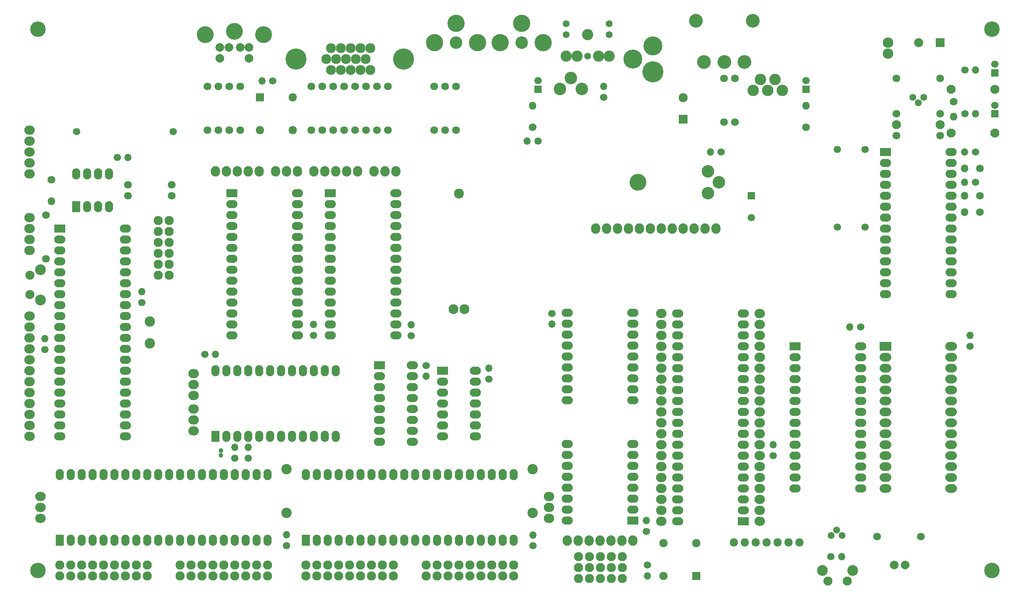
<source format=gbs>
G04 #@! TF.FileFunction,Soldermask,Bot*
%FSLAX46Y46*%
G04 Gerber Fmt 4.6, Leading zero omitted, Abs format (unit mm)*
G04 Created by KiCad (PCBNEW 4.0.2-stable) date 5/26/2016 8:00:27 AM*
%MOMM*%
G01*
G04 APERTURE LIST*
%ADD10C,0.100000*%
%ADD11C,2.398980*%
%ADD12R,2.599640X1.901140*%
%ADD13O,2.599640X1.901140*%
%ADD14C,1.600760*%
%ADD15C,1.100000*%
%ADD16C,2.100000*%
%ADD17R,2.100000X2.100000*%
%ADD18R,1.924000X1.924000*%
%ADD19C,1.924000*%
%ADD20C,3.600000*%
%ADD21C,4.900000*%
%ADD22C,4.400000*%
%ADD23R,1.700000X1.700000*%
%ADD24C,1.700000*%
%ADD25O,1.700000X1.700000*%
%ADD26O,1.800000X1.800000*%
%ADD27C,1.800000*%
%ADD28C,1.600000*%
%ADD29C,2.600000*%
%ADD30C,4.000000*%
%ADD31C,2.900000*%
%ADD32O,2.127200X2.127200*%
%ADD33C,2.127200*%
%ADD34O,2.127200X2.432000*%
%ADD35O,2.432000X2.127200*%
%ADD36C,2.000000*%
%ADD37C,3.900000*%
%ADD38O,2.432000X2.432000*%
%ADD39C,2.899360*%
%ADD40C,3.897580*%
%ADD41C,2.650440*%
%ADD42R,1.901140X2.599640*%
%ADD43O,1.901140X2.599640*%
%ADD44R,2.700000X2.000000*%
%ADD45O,2.700000X2.000000*%
%ADD46C,2.500000*%
%ADD47C,3.200000*%
%ADD48C,2.300000*%
G04 APERTURE END LIST*
D10*
D11*
X80010000Y-132080000D03*
X80010000Y-121920000D03*
X137160000Y-132080000D03*
X137160000Y-121920000D03*
X48260000Y-92710000D03*
X48260000Y-87630000D03*
D12*
X186055000Y-133985000D03*
D13*
X186055000Y-131445000D03*
X186055000Y-128905000D03*
X186055000Y-126365000D03*
X186055000Y-123825000D03*
X186055000Y-121285000D03*
X186055000Y-118745000D03*
X186055000Y-116205000D03*
X186055000Y-113665000D03*
X186055000Y-111125000D03*
X186055000Y-108585000D03*
X186055000Y-106045000D03*
X186055000Y-103505000D03*
X186055000Y-100965000D03*
X186055000Y-98425000D03*
X186055000Y-95885000D03*
X186055000Y-93345000D03*
X186055000Y-90805000D03*
X186055000Y-88265000D03*
X186055000Y-85725000D03*
X170815000Y-85725000D03*
X170815000Y-88265000D03*
X170815000Y-90805000D03*
X170815000Y-93345000D03*
X170815000Y-95885000D03*
X170815000Y-98425000D03*
X170815000Y-100965000D03*
X170815000Y-103505000D03*
X170815000Y-106045000D03*
X170815000Y-108585000D03*
X170815000Y-111125000D03*
X170815000Y-113665000D03*
X170815000Y-116205000D03*
X170815000Y-118745000D03*
X170815000Y-121285000D03*
X170815000Y-123825000D03*
X170815000Y-126365000D03*
X170815000Y-128905000D03*
X170815000Y-131445000D03*
X170815000Y-133985000D03*
D14*
X226695000Y-36830000D03*
X225425000Y-35560000D03*
X227965000Y-35560000D03*
X207772000Y-136017000D03*
X209042000Y-137287000D03*
X206502000Y-137287000D03*
D15*
X64725000Y-117560000D03*
X64725000Y-118660000D03*
D16*
X226775000Y-22860000D03*
D17*
X231775000Y-22860000D03*
D18*
X175175400Y-146675000D03*
D19*
X175175400Y-139055000D03*
X167555400Y-146675000D03*
X167555400Y-139055000D03*
D12*
X67310000Y-57785000D03*
D13*
X67310000Y-60325000D03*
X67310000Y-62865000D03*
X67310000Y-65405000D03*
X67310000Y-67945000D03*
X67310000Y-70485000D03*
X67310000Y-73025000D03*
X67310000Y-75565000D03*
X67310000Y-78105000D03*
X67310000Y-80645000D03*
X67310000Y-83185000D03*
X67310000Y-85725000D03*
X67310000Y-88265000D03*
X67310000Y-90805000D03*
X82550000Y-90805000D03*
X82550000Y-88265000D03*
X82550000Y-85725000D03*
X82550000Y-83185000D03*
X82550000Y-80645000D03*
X82550000Y-78105000D03*
X82550000Y-75565000D03*
X82550000Y-73025000D03*
X82550000Y-70485000D03*
X82550000Y-67945000D03*
X82550000Y-65405000D03*
X82550000Y-62865000D03*
X82550000Y-60325000D03*
X82550000Y-57785000D03*
D12*
X90170000Y-57785000D03*
D13*
X90170000Y-60325000D03*
X90170000Y-62865000D03*
X90170000Y-65405000D03*
X90170000Y-67945000D03*
X90170000Y-70485000D03*
X90170000Y-73025000D03*
X90170000Y-75565000D03*
X90170000Y-78105000D03*
X90170000Y-80645000D03*
X90170000Y-83185000D03*
X90170000Y-85725000D03*
X90170000Y-88265000D03*
X90170000Y-90805000D03*
X105410000Y-90805000D03*
X105410000Y-88265000D03*
X105410000Y-85725000D03*
X105410000Y-83185000D03*
X105410000Y-80645000D03*
X105410000Y-78105000D03*
X105410000Y-75565000D03*
X105410000Y-73025000D03*
X105410000Y-70485000D03*
X105410000Y-67945000D03*
X105410000Y-65405000D03*
X105410000Y-62865000D03*
X105410000Y-60325000D03*
X105410000Y-57785000D03*
D20*
X243840000Y-145415000D03*
D21*
X165100000Y-29591000D03*
D22*
X165100000Y-23591000D03*
X160400000Y-26591000D03*
D20*
X22225000Y-145415000D03*
X22225000Y-19685000D03*
D23*
X187960000Y-58420000D03*
D24*
X187960000Y-63420000D03*
D25*
X153670000Y-33020000D03*
D24*
X153670000Y-35520000D03*
D26*
X200660000Y-37465000D03*
D27*
X200660000Y-42465000D03*
D23*
X200660000Y-33655000D03*
D24*
X200660000Y-31655000D03*
D16*
X172085000Y-35640000D03*
D17*
X172085000Y-40640000D03*
D25*
X178435000Y-48260000D03*
D24*
X180935000Y-48260000D03*
D23*
X138430000Y-33655000D03*
D24*
X138430000Y-31655000D03*
D25*
X135890000Y-45720000D03*
D24*
X138390000Y-45720000D03*
D26*
X137160000Y-37465000D03*
D27*
X137160000Y-42465000D03*
D25*
X141630400Y-88214200D03*
D24*
X141630400Y-85714200D03*
D25*
X163576000Y-133858000D03*
D24*
X163576000Y-136358000D03*
D25*
X193040000Y-116205000D03*
D24*
X193040000Y-118705000D03*
D25*
X208915000Y-142240000D03*
D24*
X206415000Y-142240000D03*
D25*
X163830000Y-146685000D03*
D24*
X163830000Y-144185000D03*
D25*
X210820000Y-88900000D03*
D24*
X213320000Y-88900000D03*
D25*
X238760000Y-90805000D03*
D24*
X238760000Y-93305000D03*
D25*
X137185400Y-137185400D03*
D24*
X137185400Y-139685400D03*
D25*
X86233000Y-88265000D03*
D24*
X86233000Y-90765000D03*
D25*
X80010000Y-137160000D03*
D24*
X80010000Y-139660000D03*
D25*
X74295000Y-31750000D03*
D24*
X76795000Y-31750000D03*
D25*
X108966000Y-88392000D03*
D24*
X108966000Y-90892000D03*
D25*
X112395000Y-100330000D03*
D24*
X112395000Y-97830000D03*
X207899000Y-47625000D03*
X207899000Y-65625000D03*
X214376000Y-47625000D03*
X214376000Y-65625000D03*
D25*
X237490000Y-55245000D03*
D24*
X239990000Y-55245000D03*
D25*
X237490000Y-48260000D03*
D24*
X239990000Y-48260000D03*
D25*
X240030000Y-39370000D03*
D24*
X237530000Y-39370000D03*
D25*
X240030000Y-29210000D03*
D24*
X237530000Y-29210000D03*
D23*
X244475000Y-39370000D03*
D24*
X244475000Y-37370000D03*
D23*
X244475000Y-29845000D03*
D24*
X244475000Y-27845000D03*
D25*
X63500000Y-95250000D03*
D24*
X61000000Y-95250000D03*
D25*
X127000000Y-98425000D03*
D24*
X127000000Y-100925000D03*
D25*
X43180000Y-49530000D03*
D24*
X40680000Y-49530000D03*
D25*
X23876000Y-91567000D03*
D24*
X23876000Y-94067000D03*
D25*
X46355000Y-80645000D03*
D24*
X46355000Y-83145000D03*
D26*
X25400000Y-59690000D03*
D27*
X25400000Y-54690000D03*
D24*
X53655000Y-43520000D03*
X31255000Y-43520000D03*
D16*
X221615000Y-41910000D03*
X231775000Y-41910000D03*
X244475000Y-43815000D03*
X234315000Y-43815000D03*
X244475000Y-33655000D03*
X234315000Y-33655000D03*
D28*
X154960000Y-18435000D03*
X144960000Y-18435000D03*
X144960000Y-20935000D03*
X154960000Y-20935000D03*
D29*
X149960000Y-20935000D03*
X144960000Y-25935000D03*
X154960000Y-25935000D03*
X147460000Y-25935000D03*
X152460000Y-25935000D03*
D28*
X149960000Y-25935000D03*
D30*
X134620000Y-18360000D03*
D31*
X134620000Y-22860000D03*
D30*
X129620000Y-22860000D03*
X139620000Y-22860000D03*
X119380000Y-18360000D03*
D31*
X119380000Y-22860000D03*
D30*
X114380000Y-22860000D03*
X124380000Y-22860000D03*
D32*
X157962600Y-142189200D03*
X155422600Y-142189200D03*
X152882600Y-142189200D03*
X150342600Y-142189200D03*
X147802600Y-142189200D03*
D33*
X147802600Y-147269200D03*
D32*
X147802600Y-144729200D03*
X150342600Y-147269200D03*
X150342600Y-144729200D03*
X152882600Y-147269200D03*
X152882600Y-144729200D03*
X155422600Y-147269200D03*
X155422600Y-144729200D03*
X157962600Y-147269200D03*
X157962600Y-144729200D03*
D34*
X82550000Y-52705000D03*
X80010000Y-52705000D03*
X77470000Y-52705000D03*
D35*
X140970000Y-133350000D03*
X140970000Y-130810000D03*
X140970000Y-128270000D03*
D34*
X105410000Y-52705000D03*
X102870000Y-52705000D03*
X100330000Y-52705000D03*
D35*
X22860000Y-133350000D03*
X22860000Y-130810000D03*
X22860000Y-128270000D03*
X58420000Y-113030000D03*
X58420000Y-110490000D03*
X58420000Y-107950000D03*
D36*
X71295000Y-26455000D03*
X64495000Y-26455000D03*
X71295000Y-23955000D03*
X64495000Y-23955000D03*
X66595000Y-23955000D03*
X69195000Y-23955000D03*
D37*
X67895000Y-20155000D03*
X61145000Y-20955000D03*
X74645000Y-20955000D03*
D35*
X189865000Y-85725000D03*
X189865000Y-88265000D03*
X189865000Y-90805000D03*
X189865000Y-93345000D03*
X189865000Y-95885000D03*
X189865000Y-98425000D03*
X189865000Y-100965000D03*
X189865000Y-103505000D03*
X189865000Y-106045000D03*
X189865000Y-108585000D03*
X189865000Y-111125000D03*
X189865000Y-113665000D03*
X189865000Y-116205000D03*
X189865000Y-118745000D03*
X189865000Y-121285000D03*
X189865000Y-123825000D03*
X189865000Y-126365000D03*
X189865000Y-128905000D03*
X189865000Y-131445000D03*
X189865000Y-133985000D03*
X167005000Y-133985000D03*
X167005000Y-131445000D03*
X167005000Y-128905000D03*
X167005000Y-126365000D03*
X167005000Y-123825000D03*
X167005000Y-121285000D03*
X167005000Y-118745000D03*
X167005000Y-116205000D03*
X167005000Y-113665000D03*
X167005000Y-111125000D03*
X167005000Y-108585000D03*
X167005000Y-106045000D03*
X167005000Y-103505000D03*
X167005000Y-100965000D03*
X167005000Y-98425000D03*
X167005000Y-95885000D03*
X167005000Y-93345000D03*
X167005000Y-90805000D03*
X167005000Y-88265000D03*
X167005000Y-85725000D03*
D34*
X73660000Y-52705000D03*
X71120000Y-52705000D03*
X68580000Y-52705000D03*
X66040000Y-52705000D03*
X63500000Y-52705000D03*
D33*
X84455000Y-144145000D03*
D32*
X84455000Y-146685000D03*
X86995000Y-144145000D03*
X86995000Y-146685000D03*
X89535000Y-144145000D03*
X89535000Y-146685000D03*
X92075000Y-144145000D03*
X92075000Y-146685000D03*
X94615000Y-144145000D03*
X94615000Y-146685000D03*
X97155000Y-144145000D03*
X97155000Y-146685000D03*
X99695000Y-144145000D03*
X99695000Y-146685000D03*
X102235000Y-144145000D03*
X102235000Y-146685000D03*
X104775000Y-144145000D03*
X104775000Y-146685000D03*
D34*
X96520000Y-52705000D03*
X93980000Y-52705000D03*
X91440000Y-52705000D03*
X88900000Y-52705000D03*
X86360000Y-52705000D03*
D33*
X112395000Y-144145000D03*
D32*
X112395000Y-146685000D03*
X114935000Y-144145000D03*
X114935000Y-146685000D03*
X117475000Y-144145000D03*
X117475000Y-146685000D03*
X120015000Y-144145000D03*
X120015000Y-146685000D03*
X122555000Y-144145000D03*
X122555000Y-146685000D03*
X125095000Y-144145000D03*
X125095000Y-146685000D03*
X127635000Y-144145000D03*
X127635000Y-146685000D03*
X130175000Y-144145000D03*
X130175000Y-146685000D03*
X132715000Y-144145000D03*
X132715000Y-146685000D03*
D33*
X55245000Y-144145000D03*
D32*
X55245000Y-146685000D03*
X57785000Y-144145000D03*
X57785000Y-146685000D03*
X60325000Y-144145000D03*
X60325000Y-146685000D03*
X62865000Y-144145000D03*
X62865000Y-146685000D03*
X65405000Y-144145000D03*
X65405000Y-146685000D03*
X67945000Y-144145000D03*
X67945000Y-146685000D03*
X70485000Y-144145000D03*
X70485000Y-146685000D03*
X73025000Y-144145000D03*
X73025000Y-146685000D03*
X75565000Y-144145000D03*
X75565000Y-146685000D03*
D33*
X27305000Y-144145000D03*
D32*
X27305000Y-146685000D03*
X29845000Y-144145000D03*
X29845000Y-146685000D03*
X32385000Y-144145000D03*
X32385000Y-146685000D03*
X34925000Y-144145000D03*
X34925000Y-146685000D03*
X37465000Y-144145000D03*
X37465000Y-146685000D03*
X40005000Y-144145000D03*
X40005000Y-146685000D03*
X42545000Y-144145000D03*
X42545000Y-146685000D03*
X45085000Y-144145000D03*
X45085000Y-146685000D03*
X47625000Y-144145000D03*
X47625000Y-146685000D03*
D35*
X58420000Y-99695000D03*
X58420000Y-102235000D03*
X58420000Y-104775000D03*
D38*
X219710000Y-25400000D03*
X219710000Y-22860000D03*
D35*
X20320000Y-114300000D03*
X20320000Y-111760000D03*
X20320000Y-109220000D03*
X20320000Y-106680000D03*
X20320000Y-104140000D03*
X20320000Y-101600000D03*
X20320000Y-99060000D03*
X20320000Y-96520000D03*
X20320000Y-93980000D03*
X20320000Y-91440000D03*
X20320000Y-88900000D03*
X20320000Y-86360000D03*
X20320000Y-71120000D03*
X20320000Y-68580000D03*
X20320000Y-66040000D03*
X20320000Y-63500000D03*
D27*
X227330000Y-137541000D03*
X217170000Y-137541000D03*
X184150000Y-31115000D03*
X184150000Y-41275000D03*
X181610000Y-41275000D03*
X181610000Y-31115000D03*
X221615000Y-44450000D03*
X231775000Y-44450000D03*
X231775000Y-39370000D03*
X221615000Y-39370000D03*
X231775000Y-31115000D03*
X221615000Y-31115000D03*
X119380000Y-43180000D03*
X119380000Y-33020000D03*
X114300000Y-43180000D03*
X114300000Y-33020000D03*
X116840000Y-43180000D03*
X116840000Y-33020000D03*
X24130000Y-62865000D03*
X24130000Y-73025000D03*
X103505000Y-43180000D03*
X103505000Y-33020000D03*
X100965000Y-43180000D03*
X100965000Y-33020000D03*
X64135000Y-33020000D03*
X64135000Y-43180000D03*
X69215000Y-33020000D03*
X69215000Y-43180000D03*
X93345000Y-33020000D03*
X93345000Y-43180000D03*
X90805000Y-33020000D03*
X90805000Y-43180000D03*
X88265000Y-33020000D03*
X88265000Y-43180000D03*
X85725000Y-33020000D03*
X85725000Y-43180000D03*
X95885000Y-33020000D03*
X95885000Y-43180000D03*
X98425000Y-33020000D03*
X98425000Y-43180000D03*
X53340000Y-58420000D03*
X43180000Y-58420000D03*
X61595000Y-33020000D03*
X61595000Y-43180000D03*
X53340000Y-55880000D03*
X43180000Y-55880000D03*
X66675000Y-43180000D03*
X66675000Y-33020000D03*
D39*
X177876200Y-52705000D03*
X177876200Y-57785000D03*
X180416200Y-55245000D03*
D40*
X161620200Y-55245000D03*
D41*
X188366400Y-33909000D03*
X195173600Y-33909000D03*
X190068200Y-31369000D03*
X191770000Y-33909000D03*
X193471800Y-31369000D03*
D39*
X143510000Y-33578800D03*
X148590000Y-33578800D03*
X146050000Y-31038800D03*
D12*
X198120000Y-93345000D03*
D13*
X198120000Y-95885000D03*
X198120000Y-98425000D03*
X198120000Y-100965000D03*
X198120000Y-103505000D03*
X198120000Y-106045000D03*
X198120000Y-108585000D03*
X198120000Y-111125000D03*
X198120000Y-113665000D03*
X198120000Y-116205000D03*
X198120000Y-118745000D03*
X198120000Y-121285000D03*
X198120000Y-123825000D03*
X198120000Y-126365000D03*
X213360000Y-126365000D03*
X213360000Y-123825000D03*
X213360000Y-121285000D03*
X213360000Y-118745000D03*
X213360000Y-116205000D03*
X213360000Y-113665000D03*
X213360000Y-111125000D03*
X213360000Y-108585000D03*
X213360000Y-106045000D03*
X213360000Y-103505000D03*
X213360000Y-100965000D03*
X213360000Y-98425000D03*
X213360000Y-95885000D03*
X213360000Y-93345000D03*
D42*
X84455000Y-138430000D03*
D43*
X86995000Y-138430000D03*
X89535000Y-138430000D03*
X92075000Y-138430000D03*
X94615000Y-138430000D03*
X97155000Y-138430000D03*
X99695000Y-138430000D03*
X102235000Y-138430000D03*
X104775000Y-138430000D03*
X107315000Y-138430000D03*
X109855000Y-138430000D03*
X112395000Y-138430000D03*
X114935000Y-138430000D03*
X117475000Y-138430000D03*
X120015000Y-138430000D03*
X122555000Y-138430000D03*
X125095000Y-138430000D03*
X127635000Y-138430000D03*
X130175000Y-138430000D03*
X132715000Y-138430000D03*
X132715000Y-123190000D03*
X130175000Y-123190000D03*
X127635000Y-123190000D03*
X125095000Y-123190000D03*
X122555000Y-123190000D03*
X120015000Y-123190000D03*
X117475000Y-123190000D03*
X114935000Y-123190000D03*
X112395000Y-123190000D03*
X109855000Y-123190000D03*
X107315000Y-123190000D03*
X104775000Y-123190000D03*
X102235000Y-123190000D03*
X99695000Y-123190000D03*
X97155000Y-123190000D03*
X94615000Y-123190000D03*
X92075000Y-123190000D03*
X89535000Y-123190000D03*
X86995000Y-123190000D03*
X84455000Y-123190000D03*
D42*
X27305000Y-138430000D03*
D43*
X29845000Y-138430000D03*
X32385000Y-138430000D03*
X34925000Y-138430000D03*
X37465000Y-138430000D03*
X40005000Y-138430000D03*
X42545000Y-138430000D03*
X45085000Y-138430000D03*
X47625000Y-138430000D03*
X50165000Y-138430000D03*
X52705000Y-138430000D03*
X55245000Y-138430000D03*
X57785000Y-138430000D03*
X60325000Y-138430000D03*
X62865000Y-138430000D03*
X65405000Y-138430000D03*
X67945000Y-138430000D03*
X70485000Y-138430000D03*
X73025000Y-138430000D03*
X75565000Y-138430000D03*
X75565000Y-123190000D03*
X73025000Y-123190000D03*
X70485000Y-123190000D03*
X67945000Y-123190000D03*
X65405000Y-123190000D03*
X62865000Y-123190000D03*
X60325000Y-123190000D03*
X57785000Y-123190000D03*
X55245000Y-123190000D03*
X52705000Y-123190000D03*
X50165000Y-123190000D03*
X47625000Y-123190000D03*
X45085000Y-123190000D03*
X42545000Y-123190000D03*
X40005000Y-123190000D03*
X37465000Y-123190000D03*
X34925000Y-123190000D03*
X32385000Y-123190000D03*
X29845000Y-123190000D03*
X27305000Y-123190000D03*
D12*
X219075000Y-48260000D03*
D13*
X219075000Y-50800000D03*
X219075000Y-53340000D03*
X219075000Y-55880000D03*
X219075000Y-58420000D03*
X219075000Y-60960000D03*
X219075000Y-63500000D03*
X219075000Y-66040000D03*
X219075000Y-68580000D03*
X219075000Y-71120000D03*
X219075000Y-73660000D03*
X219075000Y-76200000D03*
X219075000Y-78740000D03*
X219075000Y-81280000D03*
X234315000Y-81280000D03*
X234315000Y-78740000D03*
X234315000Y-76200000D03*
X234315000Y-73660000D03*
X234315000Y-71120000D03*
X234315000Y-68580000D03*
X234315000Y-66040000D03*
X234315000Y-63500000D03*
X234315000Y-60960000D03*
X234315000Y-58420000D03*
X234315000Y-55880000D03*
X234315000Y-53340000D03*
X234315000Y-50800000D03*
X234315000Y-48260000D03*
D12*
X101600000Y-97790000D03*
D13*
X101600000Y-100330000D03*
X101600000Y-102870000D03*
X101600000Y-105410000D03*
X101600000Y-107950000D03*
X101600000Y-110490000D03*
X101600000Y-113030000D03*
X101600000Y-115570000D03*
X109220000Y-115570000D03*
X109220000Y-113030000D03*
X109220000Y-110490000D03*
X109220000Y-107950000D03*
X109220000Y-105410000D03*
X109220000Y-102870000D03*
X109220000Y-100330000D03*
X109220000Y-97790000D03*
D42*
X63500000Y-114300000D03*
D43*
X66040000Y-114300000D03*
X68580000Y-114300000D03*
X71120000Y-114300000D03*
X73660000Y-114300000D03*
X76200000Y-114300000D03*
X78740000Y-114300000D03*
X81280000Y-114300000D03*
X83820000Y-114300000D03*
X86360000Y-114300000D03*
X88900000Y-114300000D03*
X91440000Y-114300000D03*
X91440000Y-99060000D03*
X88900000Y-99060000D03*
X86360000Y-99060000D03*
X83820000Y-99060000D03*
X81280000Y-99060000D03*
X78740000Y-99060000D03*
X76200000Y-99060000D03*
X73660000Y-99060000D03*
X71120000Y-99060000D03*
X68580000Y-99060000D03*
X66040000Y-99060000D03*
X63500000Y-99060000D03*
D12*
X116205000Y-99060000D03*
D13*
X116205000Y-101600000D03*
X116205000Y-104140000D03*
X116205000Y-106680000D03*
X116205000Y-109220000D03*
X116205000Y-111760000D03*
X116205000Y-114300000D03*
X123825000Y-114300000D03*
X123825000Y-111760000D03*
X123825000Y-109220000D03*
X123825000Y-106680000D03*
X123825000Y-104140000D03*
X123825000Y-101600000D03*
X123825000Y-99060000D03*
D12*
X27305000Y-66040000D03*
D13*
X27305000Y-68580000D03*
X27305000Y-71120000D03*
X27305000Y-73660000D03*
X27305000Y-76200000D03*
X27305000Y-78740000D03*
X27305000Y-81280000D03*
X27305000Y-83820000D03*
X27305000Y-86360000D03*
X27305000Y-88900000D03*
X27305000Y-91440000D03*
X27305000Y-93980000D03*
X27305000Y-96520000D03*
X27305000Y-99060000D03*
X27305000Y-101600000D03*
X27305000Y-104140000D03*
X27305000Y-106680000D03*
X27305000Y-109220000D03*
X27305000Y-111760000D03*
X27305000Y-114300000D03*
X42545000Y-114300000D03*
X42545000Y-111760000D03*
X42545000Y-109220000D03*
X42545000Y-106680000D03*
X42545000Y-104140000D03*
X42545000Y-101600000D03*
X42545000Y-99060000D03*
X42545000Y-96520000D03*
X42545000Y-93980000D03*
X42545000Y-91440000D03*
X42545000Y-88900000D03*
X42545000Y-86360000D03*
X42545000Y-83820000D03*
X42545000Y-81280000D03*
X42545000Y-78740000D03*
X42545000Y-76200000D03*
X42545000Y-73660000D03*
X42545000Y-71120000D03*
X42545000Y-68580000D03*
X42545000Y-66040000D03*
D42*
X31115000Y-60960000D03*
D43*
X33655000Y-60960000D03*
X36195000Y-60960000D03*
X38735000Y-60960000D03*
X38735000Y-53340000D03*
X36195000Y-53340000D03*
X33655000Y-53340000D03*
X31115000Y-53340000D03*
D20*
X243840000Y-19685000D03*
D44*
X219075000Y-93345000D03*
D45*
X219075000Y-95885000D03*
X219075000Y-98425000D03*
X219075000Y-100965000D03*
X219075000Y-103505000D03*
X219075000Y-106045000D03*
X219075000Y-108585000D03*
X219075000Y-111125000D03*
X219075000Y-113665000D03*
X219075000Y-116205000D03*
X219075000Y-118745000D03*
X219075000Y-121285000D03*
X219075000Y-123825000D03*
X219075000Y-126365000D03*
X234315000Y-126365000D03*
X234315000Y-123825000D03*
X234315000Y-121285000D03*
X234315000Y-118745000D03*
X234315000Y-116205000D03*
X234315000Y-113665000D03*
X234315000Y-111125000D03*
X234315000Y-108585000D03*
X234315000Y-106045000D03*
X234315000Y-103505000D03*
X234315000Y-100965000D03*
X234315000Y-98425000D03*
X234315000Y-95885000D03*
X234315000Y-93345000D03*
D16*
X210225000Y-147905000D03*
X205725000Y-147905000D03*
D46*
X211480000Y-145415000D03*
X204470000Y-145415000D03*
D36*
X221114620Y-144145000D03*
X223654620Y-144145000D03*
D33*
X50165000Y-64135000D03*
D32*
X52705000Y-64135000D03*
X50165000Y-66675000D03*
X52705000Y-66675000D03*
X50165000Y-69215000D03*
X52705000Y-69215000D03*
X50165000Y-71755000D03*
X52705000Y-71755000D03*
X50165000Y-74295000D03*
X52705000Y-74295000D03*
X50165000Y-76835000D03*
X52705000Y-76835000D03*
D16*
X20370000Y-81320000D03*
X20370000Y-76820000D03*
D46*
X22860000Y-82575000D03*
X22860000Y-75565000D03*
D35*
X20320000Y-43180000D03*
X20320000Y-45720000D03*
X20320000Y-48260000D03*
X20320000Y-50800000D03*
X20320000Y-53340000D03*
D26*
X237490000Y-52070000D03*
D27*
X240990000Y-52070000D03*
D26*
X237490000Y-58420000D03*
D27*
X240990000Y-58420000D03*
D26*
X237490000Y-62230000D03*
D27*
X240990000Y-62230000D03*
D26*
X234950000Y-40005000D03*
D27*
X234950000Y-36505000D03*
D19*
X196596000Y-138938000D03*
X199136000Y-138938000D03*
X194056000Y-138938000D03*
X191516000Y-138938000D03*
X188976000Y-138938000D03*
X186436000Y-138938000D03*
X183896000Y-138938000D03*
D25*
X67945000Y-116840000D03*
D24*
X67945000Y-119340000D03*
D25*
X71120000Y-116840000D03*
D24*
X71120000Y-119340000D03*
D47*
X175045000Y-17775000D03*
X188255000Y-17775000D03*
X176950000Y-27305000D03*
X181650000Y-27305000D03*
X186350000Y-27305000D03*
D34*
X151765000Y-66040000D03*
X154305000Y-66040000D03*
X156845000Y-66040000D03*
X159385000Y-66040000D03*
X161925000Y-66040000D03*
X164465000Y-66040000D03*
X167005000Y-66040000D03*
X169545000Y-66040000D03*
X172085000Y-66040000D03*
X174625000Y-66040000D03*
X177165000Y-66040000D03*
X179705000Y-66040000D03*
D48*
X99500000Y-29210000D03*
X97210000Y-29210000D03*
X94920000Y-29210000D03*
X92630000Y-29210000D03*
X90340000Y-29210000D03*
X99500000Y-24130000D03*
X97210000Y-24130000D03*
X94920000Y-24130000D03*
X92630000Y-24130000D03*
X90340000Y-24130000D03*
X98360000Y-26670000D03*
X96070000Y-26670000D03*
X93780000Y-26670000D03*
X91490000Y-26670000D03*
X89200000Y-26670000D03*
D21*
X82160000Y-26670000D03*
X107150000Y-26670000D03*
D34*
X145161000Y-138455400D03*
X147701000Y-138455400D03*
X150241000Y-138455400D03*
X152781000Y-138455400D03*
X155321000Y-138455400D03*
X157861000Y-138455400D03*
X160401000Y-138455400D03*
D12*
X160401000Y-133858000D03*
D13*
X160401000Y-131318000D03*
X160401000Y-128778000D03*
X160401000Y-126238000D03*
X160401000Y-123698000D03*
X160401000Y-121158000D03*
X160401000Y-118618000D03*
X160401000Y-116078000D03*
X160401000Y-105918000D03*
X160401000Y-103378000D03*
X160401000Y-100838000D03*
X160401000Y-98298000D03*
X160401000Y-95758000D03*
X160401000Y-93218000D03*
X160401000Y-90678000D03*
X160401000Y-88138000D03*
X160401000Y-85598000D03*
X145161000Y-85598000D03*
X145161000Y-88138000D03*
X145161000Y-90678000D03*
X145161000Y-93218000D03*
X145161000Y-95758000D03*
X145161000Y-98298000D03*
X145161000Y-100838000D03*
X145161000Y-103378000D03*
X145161000Y-105918000D03*
X145161000Y-116078000D03*
X145161000Y-118618000D03*
X145161000Y-121158000D03*
X145161000Y-123698000D03*
X145161000Y-126238000D03*
X145161000Y-128778000D03*
X145161000Y-131318000D03*
X145161000Y-133858000D03*
D18*
X73770000Y-35544600D03*
D19*
X73770000Y-43164600D03*
X81390000Y-35544600D03*
X81390000Y-43164600D03*
D48*
X120040400Y-57845400D03*
X118790400Y-84745400D03*
X121290400Y-84745400D03*
M02*

</source>
